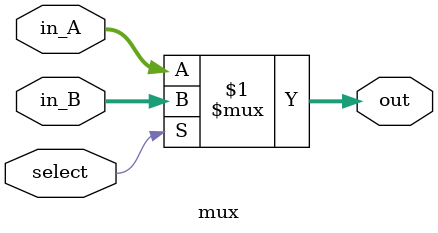
<source format=v>
`timescale 1ns / 1ps

module mux #(
   //Parameters:
   parameter NBITS = 32
)
   //Input and outputs:
(  input [NBITS-1:0] in_A,
   input [NBITS-1:0] in_B,
   input select,
    
   output [NBITS-1:0] out
);

   // if select = 1, choose (a), else (b)
   assign out = select ? in_B : in_A;


endmodule
</source>
